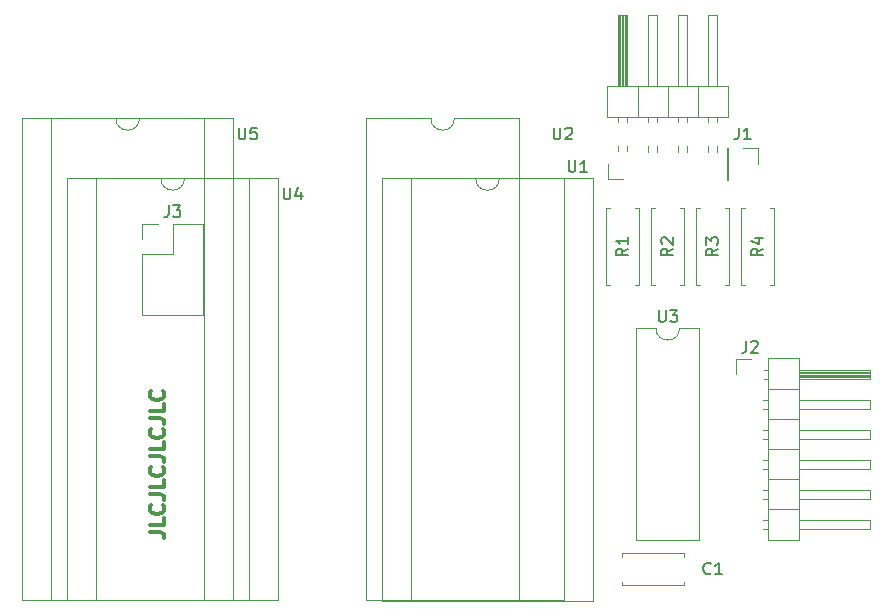
<source format=gbr>
%TF.GenerationSoftware,KiCad,Pcbnew,7.0.11+1*%
%TF.CreationDate,2024-05-13T22:14:03+02:00*%
%TF.ProjectId,QL_ROM_Switchable,514c5f52-4f4d-45f5-9377-697463686162,rev?*%
%TF.SameCoordinates,Original*%
%TF.FileFunction,Legend,Top*%
%TF.FilePolarity,Positive*%
%FSLAX46Y46*%
G04 Gerber Fmt 4.6, Leading zero omitted, Abs format (unit mm)*
G04 Created by KiCad (PCBNEW 7.0.11+1) date 2024-05-13 22:14:03*
%MOMM*%
%LPD*%
G01*
G04 APERTURE LIST*
%ADD10C,0.300000*%
%ADD11C,0.150000*%
%ADD12C,0.120000*%
G04 APERTURE END LIST*
D10*
X108532673Y-91498810D02*
X109425530Y-91498810D01*
X109425530Y-91498810D02*
X109604102Y-91558333D01*
X109604102Y-91558333D02*
X109723150Y-91677381D01*
X109723150Y-91677381D02*
X109782673Y-91855952D01*
X109782673Y-91855952D02*
X109782673Y-91975000D01*
X109782673Y-90308333D02*
X109782673Y-90903571D01*
X109782673Y-90903571D02*
X108532673Y-90903571D01*
X109663626Y-89177381D02*
X109723150Y-89236905D01*
X109723150Y-89236905D02*
X109782673Y-89415476D01*
X109782673Y-89415476D02*
X109782673Y-89534524D01*
X109782673Y-89534524D02*
X109723150Y-89713095D01*
X109723150Y-89713095D02*
X109604102Y-89832143D01*
X109604102Y-89832143D02*
X109485054Y-89891666D01*
X109485054Y-89891666D02*
X109246959Y-89951190D01*
X109246959Y-89951190D02*
X109068388Y-89951190D01*
X109068388Y-89951190D02*
X108830292Y-89891666D01*
X108830292Y-89891666D02*
X108711245Y-89832143D01*
X108711245Y-89832143D02*
X108592197Y-89713095D01*
X108592197Y-89713095D02*
X108532673Y-89534524D01*
X108532673Y-89534524D02*
X108532673Y-89415476D01*
X108532673Y-89415476D02*
X108592197Y-89236905D01*
X108592197Y-89236905D02*
X108651721Y-89177381D01*
X108532673Y-88284524D02*
X109425530Y-88284524D01*
X109425530Y-88284524D02*
X109604102Y-88344047D01*
X109604102Y-88344047D02*
X109723150Y-88463095D01*
X109723150Y-88463095D02*
X109782673Y-88641666D01*
X109782673Y-88641666D02*
X109782673Y-88760714D01*
X109782673Y-87094047D02*
X109782673Y-87689285D01*
X109782673Y-87689285D02*
X108532673Y-87689285D01*
X109663626Y-85963095D02*
X109723150Y-86022619D01*
X109723150Y-86022619D02*
X109782673Y-86201190D01*
X109782673Y-86201190D02*
X109782673Y-86320238D01*
X109782673Y-86320238D02*
X109723150Y-86498809D01*
X109723150Y-86498809D02*
X109604102Y-86617857D01*
X109604102Y-86617857D02*
X109485054Y-86677380D01*
X109485054Y-86677380D02*
X109246959Y-86736904D01*
X109246959Y-86736904D02*
X109068388Y-86736904D01*
X109068388Y-86736904D02*
X108830292Y-86677380D01*
X108830292Y-86677380D02*
X108711245Y-86617857D01*
X108711245Y-86617857D02*
X108592197Y-86498809D01*
X108592197Y-86498809D02*
X108532673Y-86320238D01*
X108532673Y-86320238D02*
X108532673Y-86201190D01*
X108532673Y-86201190D02*
X108592197Y-86022619D01*
X108592197Y-86022619D02*
X108651721Y-85963095D01*
X108532673Y-85070238D02*
X109425530Y-85070238D01*
X109425530Y-85070238D02*
X109604102Y-85129761D01*
X109604102Y-85129761D02*
X109723150Y-85248809D01*
X109723150Y-85248809D02*
X109782673Y-85427380D01*
X109782673Y-85427380D02*
X109782673Y-85546428D01*
X109782673Y-83879761D02*
X109782673Y-84474999D01*
X109782673Y-84474999D02*
X108532673Y-84474999D01*
X109663626Y-82748809D02*
X109723150Y-82808333D01*
X109723150Y-82808333D02*
X109782673Y-82986904D01*
X109782673Y-82986904D02*
X109782673Y-83105952D01*
X109782673Y-83105952D02*
X109723150Y-83284523D01*
X109723150Y-83284523D02*
X109604102Y-83403571D01*
X109604102Y-83403571D02*
X109485054Y-83463094D01*
X109485054Y-83463094D02*
X109246959Y-83522618D01*
X109246959Y-83522618D02*
X109068388Y-83522618D01*
X109068388Y-83522618D02*
X108830292Y-83463094D01*
X108830292Y-83463094D02*
X108711245Y-83403571D01*
X108711245Y-83403571D02*
X108592197Y-83284523D01*
X108592197Y-83284523D02*
X108532673Y-83105952D01*
X108532673Y-83105952D02*
X108532673Y-82986904D01*
X108532673Y-82986904D02*
X108592197Y-82808333D01*
X108592197Y-82808333D02*
X108651721Y-82748809D01*
X108532673Y-81855952D02*
X109425530Y-81855952D01*
X109425530Y-81855952D02*
X109604102Y-81915475D01*
X109604102Y-81915475D02*
X109723150Y-82034523D01*
X109723150Y-82034523D02*
X109782673Y-82213094D01*
X109782673Y-82213094D02*
X109782673Y-82332142D01*
X109782673Y-80665475D02*
X109782673Y-81260713D01*
X109782673Y-81260713D02*
X108532673Y-81260713D01*
X109663626Y-79534523D02*
X109723150Y-79594047D01*
X109723150Y-79594047D02*
X109782673Y-79772618D01*
X109782673Y-79772618D02*
X109782673Y-79891666D01*
X109782673Y-79891666D02*
X109723150Y-80070237D01*
X109723150Y-80070237D02*
X109604102Y-80189285D01*
X109604102Y-80189285D02*
X109485054Y-80248808D01*
X109485054Y-80248808D02*
X109246959Y-80308332D01*
X109246959Y-80308332D02*
X109068388Y-80308332D01*
X109068388Y-80308332D02*
X108830292Y-80248808D01*
X108830292Y-80248808D02*
X108711245Y-80189285D01*
X108711245Y-80189285D02*
X108592197Y-80070237D01*
X108592197Y-80070237D02*
X108532673Y-79891666D01*
X108532673Y-79891666D02*
X108532673Y-79772618D01*
X108532673Y-79772618D02*
X108592197Y-79594047D01*
X108592197Y-79594047D02*
X108651721Y-79534523D01*
D11*
X160474819Y-67476666D02*
X159998628Y-67809999D01*
X160474819Y-68048094D02*
X159474819Y-68048094D01*
X159474819Y-68048094D02*
X159474819Y-67667142D01*
X159474819Y-67667142D02*
X159522438Y-67571904D01*
X159522438Y-67571904D02*
X159570057Y-67524285D01*
X159570057Y-67524285D02*
X159665295Y-67476666D01*
X159665295Y-67476666D02*
X159808152Y-67476666D01*
X159808152Y-67476666D02*
X159903390Y-67524285D01*
X159903390Y-67524285D02*
X159951009Y-67571904D01*
X159951009Y-67571904D02*
X159998628Y-67667142D01*
X159998628Y-67667142D02*
X159998628Y-68048094D01*
X159808152Y-66619523D02*
X160474819Y-66619523D01*
X159427200Y-66857618D02*
X160141485Y-67095713D01*
X160141485Y-67095713D02*
X160141485Y-66476666D01*
X116078095Y-57239819D02*
X116078095Y-58049342D01*
X116078095Y-58049342D02*
X116125714Y-58144580D01*
X116125714Y-58144580D02*
X116173333Y-58192200D01*
X116173333Y-58192200D02*
X116268571Y-58239819D01*
X116268571Y-58239819D02*
X116459047Y-58239819D01*
X116459047Y-58239819D02*
X116554285Y-58192200D01*
X116554285Y-58192200D02*
X116601904Y-58144580D01*
X116601904Y-58144580D02*
X116649523Y-58049342D01*
X116649523Y-58049342D02*
X116649523Y-57239819D01*
X117601904Y-57239819D02*
X117125714Y-57239819D01*
X117125714Y-57239819D02*
X117078095Y-57716009D01*
X117078095Y-57716009D02*
X117125714Y-57668390D01*
X117125714Y-57668390D02*
X117220952Y-57620771D01*
X117220952Y-57620771D02*
X117459047Y-57620771D01*
X117459047Y-57620771D02*
X117554285Y-57668390D01*
X117554285Y-57668390D02*
X117601904Y-57716009D01*
X117601904Y-57716009D02*
X117649523Y-57811247D01*
X117649523Y-57811247D02*
X117649523Y-58049342D01*
X117649523Y-58049342D02*
X117601904Y-58144580D01*
X117601904Y-58144580D02*
X117554285Y-58192200D01*
X117554285Y-58192200D02*
X117459047Y-58239819D01*
X117459047Y-58239819D02*
X117220952Y-58239819D01*
X117220952Y-58239819D02*
X117125714Y-58192200D01*
X117125714Y-58192200D02*
X117078095Y-58144580D01*
X149044819Y-67476666D02*
X148568628Y-67809999D01*
X149044819Y-68048094D02*
X148044819Y-68048094D01*
X148044819Y-68048094D02*
X148044819Y-67667142D01*
X148044819Y-67667142D02*
X148092438Y-67571904D01*
X148092438Y-67571904D02*
X148140057Y-67524285D01*
X148140057Y-67524285D02*
X148235295Y-67476666D01*
X148235295Y-67476666D02*
X148378152Y-67476666D01*
X148378152Y-67476666D02*
X148473390Y-67524285D01*
X148473390Y-67524285D02*
X148521009Y-67571904D01*
X148521009Y-67571904D02*
X148568628Y-67667142D01*
X148568628Y-67667142D02*
X148568628Y-68048094D01*
X149044819Y-66524285D02*
X149044819Y-67095713D01*
X149044819Y-66809999D02*
X148044819Y-66809999D01*
X148044819Y-66809999D02*
X148187676Y-66905237D01*
X148187676Y-66905237D02*
X148282914Y-67000475D01*
X148282914Y-67000475D02*
X148330533Y-67095713D01*
X144018095Y-59999819D02*
X144018095Y-60809342D01*
X144018095Y-60809342D02*
X144065714Y-60904580D01*
X144065714Y-60904580D02*
X144113333Y-60952200D01*
X144113333Y-60952200D02*
X144208571Y-60999819D01*
X144208571Y-60999819D02*
X144399047Y-60999819D01*
X144399047Y-60999819D02*
X144494285Y-60952200D01*
X144494285Y-60952200D02*
X144541904Y-60904580D01*
X144541904Y-60904580D02*
X144589523Y-60809342D01*
X144589523Y-60809342D02*
X144589523Y-59999819D01*
X145589523Y-60999819D02*
X145018095Y-60999819D01*
X145303809Y-60999819D02*
X145303809Y-59999819D01*
X145303809Y-59999819D02*
X145208571Y-60142676D01*
X145208571Y-60142676D02*
X145113333Y-60237914D01*
X145113333Y-60237914D02*
X145018095Y-60285533D01*
X151648095Y-72684819D02*
X151648095Y-73494342D01*
X151648095Y-73494342D02*
X151695714Y-73589580D01*
X151695714Y-73589580D02*
X151743333Y-73637200D01*
X151743333Y-73637200D02*
X151838571Y-73684819D01*
X151838571Y-73684819D02*
X152029047Y-73684819D01*
X152029047Y-73684819D02*
X152124285Y-73637200D01*
X152124285Y-73637200D02*
X152171904Y-73589580D01*
X152171904Y-73589580D02*
X152219523Y-73494342D01*
X152219523Y-73494342D02*
X152219523Y-72684819D01*
X152600476Y-72684819D02*
X153219523Y-72684819D01*
X153219523Y-72684819D02*
X152886190Y-73065771D01*
X152886190Y-73065771D02*
X153029047Y-73065771D01*
X153029047Y-73065771D02*
X153124285Y-73113390D01*
X153124285Y-73113390D02*
X153171904Y-73161009D01*
X153171904Y-73161009D02*
X153219523Y-73256247D01*
X153219523Y-73256247D02*
X153219523Y-73494342D01*
X153219523Y-73494342D02*
X153171904Y-73589580D01*
X153171904Y-73589580D02*
X153124285Y-73637200D01*
X153124285Y-73637200D02*
X153029047Y-73684819D01*
X153029047Y-73684819D02*
X152743333Y-73684819D01*
X152743333Y-73684819D02*
X152648095Y-73637200D01*
X152648095Y-73637200D02*
X152600476Y-73589580D01*
X159051666Y-75289819D02*
X159051666Y-76004104D01*
X159051666Y-76004104D02*
X159004047Y-76146961D01*
X159004047Y-76146961D02*
X158908809Y-76242200D01*
X158908809Y-76242200D02*
X158765952Y-76289819D01*
X158765952Y-76289819D02*
X158670714Y-76289819D01*
X159480238Y-75385057D02*
X159527857Y-75337438D01*
X159527857Y-75337438D02*
X159623095Y-75289819D01*
X159623095Y-75289819D02*
X159861190Y-75289819D01*
X159861190Y-75289819D02*
X159956428Y-75337438D01*
X159956428Y-75337438D02*
X160004047Y-75385057D01*
X160004047Y-75385057D02*
X160051666Y-75480295D01*
X160051666Y-75480295D02*
X160051666Y-75575533D01*
X160051666Y-75575533D02*
X160004047Y-75718390D01*
X160004047Y-75718390D02*
X159432619Y-76289819D01*
X159432619Y-76289819D02*
X160051666Y-76289819D01*
X110151666Y-63814819D02*
X110151666Y-64529104D01*
X110151666Y-64529104D02*
X110104047Y-64671961D01*
X110104047Y-64671961D02*
X110008809Y-64767200D01*
X110008809Y-64767200D02*
X109865952Y-64814819D01*
X109865952Y-64814819D02*
X109770714Y-64814819D01*
X110532619Y-63814819D02*
X111151666Y-63814819D01*
X111151666Y-63814819D02*
X110818333Y-64195771D01*
X110818333Y-64195771D02*
X110961190Y-64195771D01*
X110961190Y-64195771D02*
X111056428Y-64243390D01*
X111056428Y-64243390D02*
X111104047Y-64291009D01*
X111104047Y-64291009D02*
X111151666Y-64386247D01*
X111151666Y-64386247D02*
X111151666Y-64624342D01*
X111151666Y-64624342D02*
X111104047Y-64719580D01*
X111104047Y-64719580D02*
X111056428Y-64767200D01*
X111056428Y-64767200D02*
X110961190Y-64814819D01*
X110961190Y-64814819D02*
X110675476Y-64814819D01*
X110675476Y-64814819D02*
X110580238Y-64767200D01*
X110580238Y-64767200D02*
X110532619Y-64719580D01*
X156664819Y-67476666D02*
X156188628Y-67809999D01*
X156664819Y-68048094D02*
X155664819Y-68048094D01*
X155664819Y-68048094D02*
X155664819Y-67667142D01*
X155664819Y-67667142D02*
X155712438Y-67571904D01*
X155712438Y-67571904D02*
X155760057Y-67524285D01*
X155760057Y-67524285D02*
X155855295Y-67476666D01*
X155855295Y-67476666D02*
X155998152Y-67476666D01*
X155998152Y-67476666D02*
X156093390Y-67524285D01*
X156093390Y-67524285D02*
X156141009Y-67571904D01*
X156141009Y-67571904D02*
X156188628Y-67667142D01*
X156188628Y-67667142D02*
X156188628Y-68048094D01*
X155664819Y-67143332D02*
X155664819Y-66524285D01*
X155664819Y-66524285D02*
X156045771Y-66857618D01*
X156045771Y-66857618D02*
X156045771Y-66714761D01*
X156045771Y-66714761D02*
X156093390Y-66619523D01*
X156093390Y-66619523D02*
X156141009Y-66571904D01*
X156141009Y-66571904D02*
X156236247Y-66524285D01*
X156236247Y-66524285D02*
X156474342Y-66524285D01*
X156474342Y-66524285D02*
X156569580Y-66571904D01*
X156569580Y-66571904D02*
X156617200Y-66619523D01*
X156617200Y-66619523D02*
X156664819Y-66714761D01*
X156664819Y-66714761D02*
X156664819Y-67000475D01*
X156664819Y-67000475D02*
X156617200Y-67095713D01*
X156617200Y-67095713D02*
X156569580Y-67143332D01*
X158416666Y-57239819D02*
X158416666Y-57954104D01*
X158416666Y-57954104D02*
X158369047Y-58096961D01*
X158369047Y-58096961D02*
X158273809Y-58192200D01*
X158273809Y-58192200D02*
X158130952Y-58239819D01*
X158130952Y-58239819D02*
X158035714Y-58239819D01*
X159416666Y-58239819D02*
X158845238Y-58239819D01*
X159130952Y-58239819D02*
X159130952Y-57239819D01*
X159130952Y-57239819D02*
X159035714Y-57382676D01*
X159035714Y-57382676D02*
X158940476Y-57477914D01*
X158940476Y-57477914D02*
X158845238Y-57525533D01*
X142748095Y-57239819D02*
X142748095Y-58049342D01*
X142748095Y-58049342D02*
X142795714Y-58144580D01*
X142795714Y-58144580D02*
X142843333Y-58192200D01*
X142843333Y-58192200D02*
X142938571Y-58239819D01*
X142938571Y-58239819D02*
X143129047Y-58239819D01*
X143129047Y-58239819D02*
X143224285Y-58192200D01*
X143224285Y-58192200D02*
X143271904Y-58144580D01*
X143271904Y-58144580D02*
X143319523Y-58049342D01*
X143319523Y-58049342D02*
X143319523Y-57239819D01*
X143748095Y-57335057D02*
X143795714Y-57287438D01*
X143795714Y-57287438D02*
X143890952Y-57239819D01*
X143890952Y-57239819D02*
X144129047Y-57239819D01*
X144129047Y-57239819D02*
X144224285Y-57287438D01*
X144224285Y-57287438D02*
X144271904Y-57335057D01*
X144271904Y-57335057D02*
X144319523Y-57430295D01*
X144319523Y-57430295D02*
X144319523Y-57525533D01*
X144319523Y-57525533D02*
X144271904Y-57668390D01*
X144271904Y-57668390D02*
X143700476Y-58239819D01*
X143700476Y-58239819D02*
X144319523Y-58239819D01*
X152854819Y-67476666D02*
X152378628Y-67809999D01*
X152854819Y-68048094D02*
X151854819Y-68048094D01*
X151854819Y-68048094D02*
X151854819Y-67667142D01*
X151854819Y-67667142D02*
X151902438Y-67571904D01*
X151902438Y-67571904D02*
X151950057Y-67524285D01*
X151950057Y-67524285D02*
X152045295Y-67476666D01*
X152045295Y-67476666D02*
X152188152Y-67476666D01*
X152188152Y-67476666D02*
X152283390Y-67524285D01*
X152283390Y-67524285D02*
X152331009Y-67571904D01*
X152331009Y-67571904D02*
X152378628Y-67667142D01*
X152378628Y-67667142D02*
X152378628Y-68048094D01*
X151950057Y-67095713D02*
X151902438Y-67048094D01*
X151902438Y-67048094D02*
X151854819Y-66952856D01*
X151854819Y-66952856D02*
X151854819Y-66714761D01*
X151854819Y-66714761D02*
X151902438Y-66619523D01*
X151902438Y-66619523D02*
X151950057Y-66571904D01*
X151950057Y-66571904D02*
X152045295Y-66524285D01*
X152045295Y-66524285D02*
X152140533Y-66524285D01*
X152140533Y-66524285D02*
X152283390Y-66571904D01*
X152283390Y-66571904D02*
X152854819Y-67143332D01*
X152854819Y-67143332D02*
X152854819Y-66524285D01*
X156043333Y-94974580D02*
X155995714Y-95022200D01*
X155995714Y-95022200D02*
X155852857Y-95069819D01*
X155852857Y-95069819D02*
X155757619Y-95069819D01*
X155757619Y-95069819D02*
X155614762Y-95022200D01*
X155614762Y-95022200D02*
X155519524Y-94926961D01*
X155519524Y-94926961D02*
X155471905Y-94831723D01*
X155471905Y-94831723D02*
X155424286Y-94641247D01*
X155424286Y-94641247D02*
X155424286Y-94498390D01*
X155424286Y-94498390D02*
X155471905Y-94307914D01*
X155471905Y-94307914D02*
X155519524Y-94212676D01*
X155519524Y-94212676D02*
X155614762Y-94117438D01*
X155614762Y-94117438D02*
X155757619Y-94069819D01*
X155757619Y-94069819D02*
X155852857Y-94069819D01*
X155852857Y-94069819D02*
X155995714Y-94117438D01*
X155995714Y-94117438D02*
X156043333Y-94165057D01*
X156995714Y-95069819D02*
X156424286Y-95069819D01*
X156710000Y-95069819D02*
X156710000Y-94069819D01*
X156710000Y-94069819D02*
X156614762Y-94212676D01*
X156614762Y-94212676D02*
X156519524Y-94307914D01*
X156519524Y-94307914D02*
X156424286Y-94355533D01*
X119888095Y-62319819D02*
X119888095Y-63129342D01*
X119888095Y-63129342D02*
X119935714Y-63224580D01*
X119935714Y-63224580D02*
X119983333Y-63272200D01*
X119983333Y-63272200D02*
X120078571Y-63319819D01*
X120078571Y-63319819D02*
X120269047Y-63319819D01*
X120269047Y-63319819D02*
X120364285Y-63272200D01*
X120364285Y-63272200D02*
X120411904Y-63224580D01*
X120411904Y-63224580D02*
X120459523Y-63129342D01*
X120459523Y-63129342D02*
X120459523Y-62319819D01*
X121364285Y-62653152D02*
X121364285Y-63319819D01*
X121126190Y-62272200D02*
X120888095Y-62986485D01*
X120888095Y-62986485D02*
X121507142Y-62986485D01*
D12*
%TO.C,R4*%
X158650000Y-70580000D02*
X158650000Y-64040000D01*
X158980000Y-70580000D02*
X158650000Y-70580000D01*
X161060000Y-70580000D02*
X161390000Y-70580000D01*
X161390000Y-70580000D02*
X161390000Y-64040000D01*
X158650000Y-64040000D02*
X158980000Y-64040000D01*
X161390000Y-64040000D02*
X161060000Y-64040000D01*
%TO.C,U5*%
X97730000Y-56395000D02*
X97730000Y-97275000D01*
X97730000Y-97275000D02*
X115630000Y-97275000D01*
X100220000Y-56455000D02*
X100220000Y-97215000D01*
X100220000Y-97215000D02*
X113140000Y-97215000D01*
X105680000Y-56455000D02*
X100220000Y-56455000D01*
X113140000Y-56455000D02*
X107680000Y-56455000D01*
X113140000Y-97215000D02*
X113140000Y-56455000D01*
X115630000Y-56395000D02*
X97730000Y-56395000D01*
X115630000Y-97275000D02*
X115630000Y-56395000D01*
X105680000Y-56455000D02*
G75*
G03*
X107680000Y-56455000I1000000J0D01*
G01*
%TO.C,R1*%
X147220000Y-70580000D02*
X147220000Y-64040000D01*
X147550000Y-70580000D02*
X147220000Y-70580000D01*
X149630000Y-70580000D02*
X149960000Y-70580000D01*
X149960000Y-70580000D02*
X149960000Y-64040000D01*
X147220000Y-64040000D02*
X147550000Y-64040000D01*
X149960000Y-64040000D02*
X149630000Y-64040000D01*
%TO.C,U1*%
X128200000Y-61485000D02*
X128200000Y-97285000D01*
X128200000Y-97285000D02*
X146100000Y-97285000D01*
X130690000Y-61545000D02*
X130690000Y-97225000D01*
X130690000Y-97225000D02*
X143610000Y-97225000D01*
X136150000Y-61545000D02*
X130690000Y-61545000D01*
X143610000Y-61545000D02*
X138150000Y-61545000D01*
X143610000Y-97225000D02*
X143610000Y-61545000D01*
X146100000Y-61485000D02*
X128200000Y-61485000D01*
X146100000Y-97285000D02*
X146100000Y-61485000D01*
X136150000Y-61545000D02*
G75*
G03*
X138150000Y-61545000I1000000J0D01*
G01*
%TO.C,U3*%
X149760000Y-74230000D02*
X149760000Y-92130000D01*
X149760000Y-92130000D02*
X155060000Y-92130000D01*
X151410000Y-74230000D02*
X149760000Y-74230000D01*
X155060000Y-74230000D02*
X153410000Y-74230000D01*
X155060000Y-92130000D02*
X155060000Y-74230000D01*
X151410000Y-74230000D02*
G75*
G03*
X153410000Y-74230000I1000000J0D01*
G01*
%TO.C,J2*%
X158185000Y-76835000D02*
X159455000Y-76835000D01*
X158185000Y-78105000D02*
X158185000Y-76835000D01*
X160497929Y-80265000D02*
X160895000Y-80265000D01*
X160497929Y-81025000D02*
X160895000Y-81025000D01*
X160497929Y-82805000D02*
X160895000Y-82805000D01*
X160497929Y-83565000D02*
X160895000Y-83565000D01*
X160497929Y-85345000D02*
X160895000Y-85345000D01*
X160497929Y-86105000D02*
X160895000Y-86105000D01*
X160497929Y-87885000D02*
X160895000Y-87885000D01*
X160497929Y-88645000D02*
X160895000Y-88645000D01*
X160497929Y-90425000D02*
X160895000Y-90425000D01*
X160497929Y-91185000D02*
X160895000Y-91185000D01*
X160565000Y-77725000D02*
X160895000Y-77725000D01*
X160565000Y-78485000D02*
X160895000Y-78485000D01*
X160895000Y-76775000D02*
X160895000Y-92135000D01*
X160895000Y-79375000D02*
X163555000Y-79375000D01*
X160895000Y-81915000D02*
X163555000Y-81915000D01*
X160895000Y-84455000D02*
X163555000Y-84455000D01*
X160895000Y-86995000D02*
X163555000Y-86995000D01*
X160895000Y-89535000D02*
X163555000Y-89535000D01*
X160895000Y-92135000D02*
X163555000Y-92135000D01*
X163555000Y-76775000D02*
X160895000Y-76775000D01*
X163555000Y-77725000D02*
X169555000Y-77725000D01*
X163555000Y-77785000D02*
X169555000Y-77785000D01*
X163555000Y-77905000D02*
X169555000Y-77905000D01*
X163555000Y-78025000D02*
X169555000Y-78025000D01*
X163555000Y-78145000D02*
X169555000Y-78145000D01*
X163555000Y-78265000D02*
X169555000Y-78265000D01*
X163555000Y-78385000D02*
X169555000Y-78385000D01*
X163555000Y-80265000D02*
X169555000Y-80265000D01*
X163555000Y-82805000D02*
X169555000Y-82805000D01*
X163555000Y-85345000D02*
X169555000Y-85345000D01*
X163555000Y-87885000D02*
X169555000Y-87885000D01*
X163555000Y-90425000D02*
X169555000Y-90425000D01*
X163555000Y-92135000D02*
X163555000Y-76775000D01*
X169555000Y-77725000D02*
X169555000Y-78485000D01*
X169555000Y-78485000D02*
X163555000Y-78485000D01*
X169555000Y-80265000D02*
X169555000Y-81025000D01*
X169555000Y-81025000D02*
X163555000Y-81025000D01*
X169555000Y-82805000D02*
X169555000Y-83565000D01*
X169555000Y-83565000D02*
X163555000Y-83565000D01*
X169555000Y-85345000D02*
X169555000Y-86105000D01*
X169555000Y-86105000D02*
X163555000Y-86105000D01*
X169555000Y-87885000D02*
X169555000Y-88645000D01*
X169555000Y-88645000D02*
X163555000Y-88645000D01*
X169555000Y-90425000D02*
X169555000Y-91185000D01*
X169555000Y-91185000D02*
X163555000Y-91185000D01*
%TO.C,J3*%
X107885000Y-65360000D02*
X109215000Y-65360000D01*
X107885000Y-66690000D02*
X107885000Y-65360000D01*
X107885000Y-67960000D02*
X107885000Y-73100000D01*
X107885000Y-67960000D02*
X110485000Y-67960000D01*
X107885000Y-73100000D02*
X113085000Y-73100000D01*
X110485000Y-65360000D02*
X113085000Y-65360000D01*
X110485000Y-67960000D02*
X110485000Y-65360000D01*
X113085000Y-65360000D02*
X113085000Y-73100000D01*
%TO.C,R3*%
X154840000Y-70580000D02*
X154840000Y-64040000D01*
X155170000Y-70580000D02*
X154840000Y-70580000D01*
X157250000Y-70580000D02*
X157580000Y-70580000D01*
X157580000Y-70580000D02*
X157580000Y-64040000D01*
X154840000Y-64040000D02*
X155170000Y-64040000D01*
X157580000Y-64040000D02*
X157250000Y-64040000D01*
%TO.C,J1*%
X147330000Y-61595000D02*
X147330000Y-60325000D01*
X148600000Y-61595000D02*
X147330000Y-61595000D01*
X150760000Y-59282071D02*
X150760000Y-58827929D01*
X151520000Y-59282071D02*
X151520000Y-58827929D01*
X153300000Y-59282071D02*
X153300000Y-58827929D01*
X154060000Y-59282071D02*
X154060000Y-58827929D01*
X155840000Y-59282071D02*
X155840000Y-58827929D01*
X156600000Y-59282071D02*
X156600000Y-58827929D01*
X148220000Y-59215000D02*
X148220000Y-58827929D01*
X148980000Y-59215000D02*
X148980000Y-58827929D01*
X148220000Y-56742071D02*
X148220000Y-56345000D01*
X148980000Y-56742071D02*
X148980000Y-56345000D01*
X150760000Y-56742071D02*
X150760000Y-56345000D01*
X151520000Y-56742071D02*
X151520000Y-56345000D01*
X153300000Y-56742071D02*
X153300000Y-56345000D01*
X154060000Y-56742071D02*
X154060000Y-56345000D01*
X155840000Y-56742071D02*
X155840000Y-56345000D01*
X156600000Y-56742071D02*
X156600000Y-56345000D01*
X147270000Y-56345000D02*
X157550000Y-56345000D01*
X149870000Y-56345000D02*
X149870000Y-53685000D01*
X152410000Y-56345000D02*
X152410000Y-53685000D01*
X154950000Y-56345000D02*
X154950000Y-53685000D01*
X157550000Y-56345000D02*
X157550000Y-53685000D01*
X147270000Y-53685000D02*
X147270000Y-56345000D01*
X148220000Y-53685000D02*
X148220000Y-47685000D01*
X148280000Y-53685000D02*
X148280000Y-47685000D01*
X148400000Y-53685000D02*
X148400000Y-47685000D01*
X148520000Y-53685000D02*
X148520000Y-47685000D01*
X148640000Y-53685000D02*
X148640000Y-47685000D01*
X148760000Y-53685000D02*
X148760000Y-47685000D01*
X148880000Y-53685000D02*
X148880000Y-47685000D01*
X150760000Y-53685000D02*
X150760000Y-47685000D01*
X153300000Y-53685000D02*
X153300000Y-47685000D01*
X155840000Y-53685000D02*
X155840000Y-47685000D01*
X157550000Y-53685000D02*
X147270000Y-53685000D01*
X148220000Y-47685000D02*
X148980000Y-47685000D01*
X148980000Y-47685000D02*
X148980000Y-53685000D01*
X150760000Y-47685000D02*
X151520000Y-47685000D01*
X151520000Y-47685000D02*
X151520000Y-53685000D01*
X153300000Y-47685000D02*
X154060000Y-47685000D01*
X154060000Y-47685000D02*
X154060000Y-53685000D01*
X155840000Y-47685000D02*
X156600000Y-47685000D01*
X156600000Y-47685000D02*
X156600000Y-53685000D01*
%TO.C,U2*%
X126885000Y-56455000D02*
X126885000Y-97215000D01*
X126885000Y-97215000D02*
X139805000Y-97215000D01*
X132345000Y-56455000D02*
X126885000Y-56455000D01*
X139805000Y-56455000D02*
X134345000Y-56455000D01*
X139805000Y-97215000D02*
X139805000Y-56455000D01*
X132345000Y-56455000D02*
G75*
G03*
X134345000Y-56455000I1000000J0D01*
G01*
%TO.C,R2*%
X151030000Y-70580000D02*
X151030000Y-64040000D01*
X151360000Y-70580000D02*
X151030000Y-70580000D01*
X153440000Y-70580000D02*
X153770000Y-70580000D01*
X153770000Y-70580000D02*
X153770000Y-64040000D01*
X151030000Y-64040000D02*
X151360000Y-64040000D01*
X153770000Y-64040000D02*
X153440000Y-64040000D01*
%TO.C,J5*%
X160080000Y-58995000D02*
X160080000Y-60325000D01*
X158750000Y-58995000D02*
X160080000Y-58995000D01*
X157480000Y-58995000D02*
X157420000Y-58995000D01*
X157480000Y-58995000D02*
X157480000Y-61655000D01*
X157420000Y-58995000D02*
X157420000Y-61655000D01*
X157480000Y-61655000D02*
X157420000Y-61655000D01*
%TO.C,C1*%
X153750000Y-95985000D02*
X153750000Y-95670000D01*
X153750000Y-95985000D02*
X148510000Y-95985000D01*
X153750000Y-93560000D02*
X153750000Y-93245000D01*
X153750000Y-93245000D02*
X148510000Y-93245000D01*
X148510000Y-95985000D02*
X148510000Y-95670000D01*
X148510000Y-93560000D02*
X148510000Y-93245000D01*
%TO.C,U4*%
X101540000Y-61475000D02*
X101540000Y-97275000D01*
X101540000Y-97275000D02*
X119440000Y-97275000D01*
X104030000Y-61535000D02*
X104030000Y-97215000D01*
X104030000Y-97215000D02*
X116950000Y-97215000D01*
X109490000Y-61535000D02*
X104030000Y-61535000D01*
X116950000Y-61535000D02*
X111490000Y-61535000D01*
X116950000Y-97215000D02*
X116950000Y-61535000D01*
X119440000Y-61475000D02*
X101540000Y-61475000D01*
X119440000Y-97275000D02*
X119440000Y-61475000D01*
X109490000Y-61535000D02*
G75*
G03*
X111490000Y-61535000I1000000J0D01*
G01*
%TD*%
M02*

</source>
